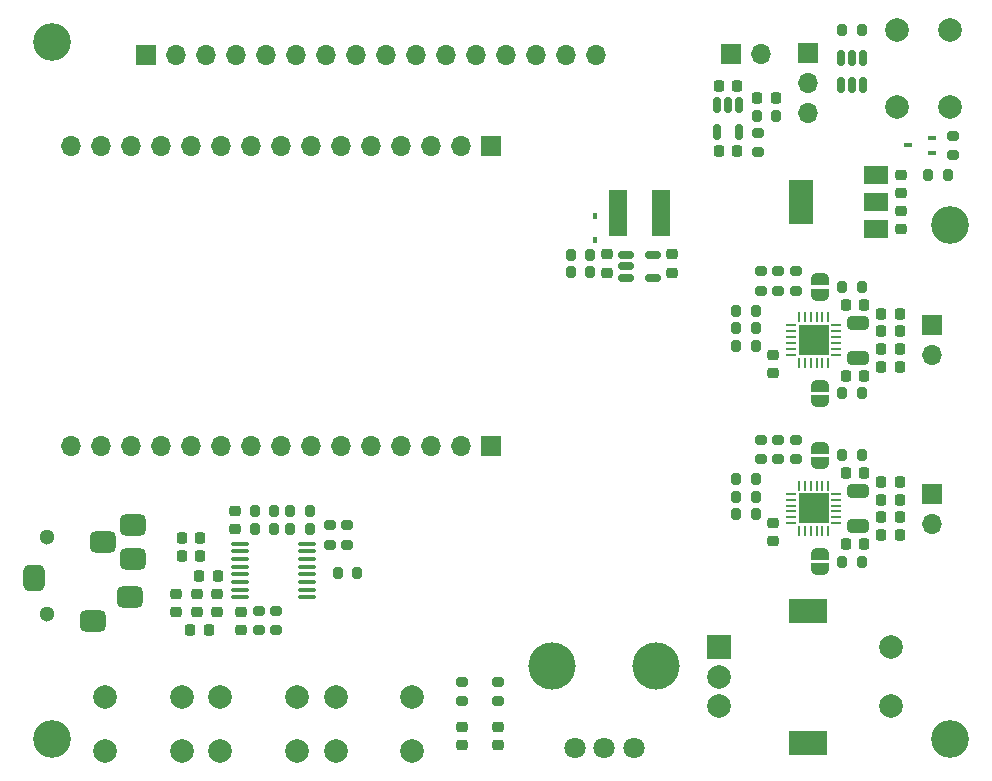
<source format=gts>
G04 #@! TF.GenerationSoftware,KiCad,Pcbnew,(6.0.7)*
G04 #@! TF.CreationDate,2022-10-03T20:14:31+03:00*
G04 #@! TF.ProjectId,ESP32_blAudio_portable,45535033-325f-4626-9c41-7564696f5f70,rev?*
G04 #@! TF.SameCoordinates,Original*
G04 #@! TF.FileFunction,Soldermask,Top*
G04 #@! TF.FilePolarity,Negative*
%FSLAX46Y46*%
G04 Gerber Fmt 4.6, Leading zero omitted, Abs format (unit mm)*
G04 Created by KiCad (PCBNEW (6.0.7)) date 2022-10-03 20:14:31*
%MOMM*%
%LPD*%
G01*
G04 APERTURE LIST*
G04 Aperture macros list*
%AMRoundRect*
0 Rectangle with rounded corners*
0 $1 Rounding radius*
0 $2 $3 $4 $5 $6 $7 $8 $9 X,Y pos of 4 corners*
0 Add a 4 corners polygon primitive as box body*
4,1,4,$2,$3,$4,$5,$6,$7,$8,$9,$2,$3,0*
0 Add four circle primitives for the rounded corners*
1,1,$1+$1,$2,$3*
1,1,$1+$1,$4,$5*
1,1,$1+$1,$6,$7*
1,1,$1+$1,$8,$9*
0 Add four rect primitives between the rounded corners*
20,1,$1+$1,$2,$3,$4,$5,0*
20,1,$1+$1,$4,$5,$6,$7,0*
20,1,$1+$1,$6,$7,$8,$9,0*
20,1,$1+$1,$8,$9,$2,$3,0*%
%AMFreePoly0*
4,1,22,0.500000,-0.750000,0.000000,-0.750000,0.000000,-0.745033,-0.079941,-0.743568,-0.215256,-0.701293,-0.333266,-0.622738,-0.424486,-0.514219,-0.481581,-0.384460,-0.499164,-0.250000,-0.500000,-0.250000,-0.500000,0.250000,-0.499164,0.250000,-0.499963,0.256109,-0.478152,0.396186,-0.417904,0.524511,-0.324060,0.630769,-0.204165,0.706417,-0.067858,0.745374,0.000000,0.744959,0.000000,0.750000,
0.500000,0.750000,0.500000,-0.750000,0.500000,-0.750000,$1*%
%AMFreePoly1*
4,1,20,0.000000,0.744959,0.073905,0.744508,0.209726,0.703889,0.328688,0.626782,0.421226,0.519385,0.479903,0.390333,0.500000,0.250000,0.500000,-0.250000,0.499851,-0.262216,0.476331,-0.402017,0.414519,-0.529596,0.319384,-0.634700,0.198574,-0.708877,0.061801,-0.746166,0.000000,-0.745033,0.000000,-0.750000,-0.500000,-0.750000,-0.500000,0.750000,0.000000,0.750000,0.000000,0.744959,
0.000000,0.744959,$1*%
G04 Aperture macros list end*
%ADD10C,1.300000*%
%ADD11RoundRect,0.450000X-0.650000X-0.450000X0.650000X-0.450000X0.650000X0.450000X-0.650000X0.450000X0*%
%ADD12RoundRect,0.450000X0.450000X-0.650000X0.450000X0.650000X-0.450000X0.650000X-0.450000X-0.650000X0*%
%ADD13R,1.700000X1.700000*%
%ADD14O,1.700000X1.700000*%
%ADD15RoundRect,0.250000X0.650000X-0.325000X0.650000X0.325000X-0.650000X0.325000X-0.650000X-0.325000X0*%
%ADD16RoundRect,0.200000X-0.200000X-0.275000X0.200000X-0.275000X0.200000X0.275000X-0.200000X0.275000X0*%
%ADD17RoundRect,0.200000X0.200000X0.275000X-0.200000X0.275000X-0.200000X-0.275000X0.200000X-0.275000X0*%
%ADD18RoundRect,0.200000X-0.275000X0.200000X-0.275000X-0.200000X0.275000X-0.200000X0.275000X0.200000X0*%
%ADD19RoundRect,0.150000X-0.150000X0.512500X-0.150000X-0.512500X0.150000X-0.512500X0.150000X0.512500X0*%
%ADD20C,2.000000*%
%ADD21R,3.200000X2.000000*%
%ADD22R,2.000000X2.000000*%
%ADD23C,4.000000*%
%ADD24C,1.800000*%
%ADD25RoundRect,0.225000X-0.225000X-0.250000X0.225000X-0.250000X0.225000X0.250000X-0.225000X0.250000X0*%
%ADD26RoundRect,0.225000X-0.250000X0.225000X-0.250000X-0.225000X0.250000X-0.225000X0.250000X0.225000X0*%
%ADD27RoundRect,0.218750X0.256250X-0.218750X0.256250X0.218750X-0.256250X0.218750X-0.256250X-0.218750X0*%
%ADD28RoundRect,0.218750X-0.218750X-0.256250X0.218750X-0.256250X0.218750X0.256250X-0.218750X0.256250X0*%
%ADD29R,0.700000X0.450000*%
%ADD30RoundRect,0.100000X-0.637500X-0.100000X0.637500X-0.100000X0.637500X0.100000X-0.637500X0.100000X0*%
%ADD31RoundRect,0.200000X0.275000X-0.200000X0.275000X0.200000X-0.275000X0.200000X-0.275000X-0.200000X0*%
%ADD32RoundRect,0.225000X0.225000X0.250000X-0.225000X0.250000X-0.225000X-0.250000X0.225000X-0.250000X0*%
%ADD33C,3.200000*%
%ADD34FreePoly0,90.000000*%
%ADD35FreePoly1,90.000000*%
%ADD36R,0.450000X0.600000*%
%ADD37R,1.500000X4.000000*%
%ADD38R,2.000000X1.500000*%
%ADD39R,2.000000X3.800000*%
%ADD40RoundRect,0.225000X0.250000X-0.225000X0.250000X0.225000X-0.250000X0.225000X-0.250000X-0.225000X0*%
%ADD41RoundRect,0.062500X0.062500X-0.375000X0.062500X0.375000X-0.062500X0.375000X-0.062500X-0.375000X0*%
%ADD42RoundRect,0.062500X0.375000X-0.062500X0.375000X0.062500X-0.375000X0.062500X-0.375000X-0.062500X0*%
%ADD43R,2.600000X2.600000*%
%ADD44RoundRect,0.150000X-0.512500X-0.150000X0.512500X-0.150000X0.512500X0.150000X-0.512500X0.150000X0*%
%ADD45FreePoly0,270.000000*%
%ADD46FreePoly1,270.000000*%
G04 APERTURE END LIST*
D10*
X53845000Y-66170000D03*
X53845000Y-72670000D03*
D11*
X58545000Y-66570000D03*
X61145000Y-65170000D03*
X57745000Y-73270000D03*
X60845000Y-71270000D03*
D12*
X52745000Y-69670000D03*
D11*
X61145000Y-68070000D03*
D13*
X128750000Y-48250000D03*
D14*
X128750000Y-50790000D03*
D15*
X122500000Y-65225000D03*
X122500000Y-62275000D03*
D16*
X112175000Y-61250000D03*
X113825000Y-61250000D03*
X78425000Y-69250000D03*
X80075000Y-69250000D03*
D13*
X118250000Y-25225000D03*
D14*
X118250000Y-27765000D03*
X118250000Y-30305000D03*
D17*
X122825000Y-59250000D03*
X121175000Y-59250000D03*
D16*
X121175000Y-23250000D03*
X122825000Y-23250000D03*
X98175000Y-42250000D03*
X99825000Y-42250000D03*
D18*
X114250000Y-43675000D03*
X114250000Y-45325000D03*
D16*
X74425000Y-64000000D03*
X76075000Y-64000000D03*
D19*
X112450000Y-29612500D03*
X111500000Y-29612500D03*
X110550000Y-29612500D03*
X110550000Y-31887500D03*
X112450000Y-31887500D03*
D20*
X125250000Y-75500000D03*
X125250000Y-80500000D03*
D21*
X118250000Y-83600000D03*
X118250000Y-72400000D03*
D20*
X110750000Y-78000000D03*
X110750000Y-80500000D03*
D22*
X110750000Y-75500000D03*
D23*
X105400000Y-77050000D03*
X96600000Y-77050000D03*
D24*
X103500000Y-84050000D03*
X101000000Y-84050000D03*
X98500000Y-84050000D03*
D25*
X121475000Y-66750000D03*
X123025000Y-66750000D03*
D26*
X126100000Y-38525000D03*
X126100000Y-40075000D03*
D27*
X89000000Y-83787500D03*
X89000000Y-82212500D03*
D28*
X124462500Y-64500000D03*
X126037500Y-64500000D03*
D29*
X128750000Y-33650000D03*
X128750000Y-32350000D03*
X126750000Y-33000000D03*
D30*
X70137500Y-66725000D03*
X70137500Y-67375000D03*
X70137500Y-68025000D03*
X70137500Y-68675000D03*
X70137500Y-69325000D03*
X70137500Y-69975000D03*
X70137500Y-70625000D03*
X70137500Y-71275000D03*
X75862500Y-71275000D03*
X75862500Y-70625000D03*
X75862500Y-69975000D03*
X75862500Y-69325000D03*
X75862500Y-68675000D03*
X75862500Y-68025000D03*
X75862500Y-67375000D03*
X75862500Y-66725000D03*
D16*
X71425000Y-64000000D03*
X73075000Y-64000000D03*
D31*
X77750000Y-66825000D03*
X77750000Y-65175000D03*
D17*
X122825000Y-54000000D03*
X121175000Y-54000000D03*
D16*
X112175000Y-48500000D03*
X113825000Y-48500000D03*
X74425000Y-65500000D03*
X76075000Y-65500000D03*
D25*
X121475000Y-60750000D03*
X123025000Y-60750000D03*
D32*
X66775000Y-67750000D03*
X65225000Y-67750000D03*
X126025000Y-51750000D03*
X124475000Y-51750000D03*
D33*
X130250000Y-83250000D03*
D34*
X119250000Y-54650000D03*
D35*
X119250000Y-53350000D03*
D20*
X130250000Y-29750000D03*
X130250000Y-23250000D03*
X125750000Y-29750000D03*
X125750000Y-23250000D03*
D16*
X112175000Y-50000000D03*
X113825000Y-50000000D03*
X112175000Y-47000000D03*
X113825000Y-47000000D03*
D32*
X126025000Y-66000000D03*
X124475000Y-66000000D03*
D31*
X114000000Y-33575000D03*
X114000000Y-31925000D03*
D13*
X91440000Y-58420000D03*
D14*
X88900000Y-58420000D03*
X86360000Y-58420000D03*
X83820000Y-58420000D03*
X81280000Y-58420000D03*
X78740000Y-58420000D03*
X76200000Y-58420000D03*
X73660000Y-58420000D03*
X71120000Y-58420000D03*
X68580000Y-58420000D03*
X66040000Y-58420000D03*
X63500000Y-58420000D03*
X60960000Y-58420000D03*
X58420000Y-58420000D03*
X55880000Y-58420000D03*
D26*
X115250000Y-50725000D03*
X115250000Y-52275000D03*
D31*
X92000000Y-80075000D03*
X92000000Y-78425000D03*
D20*
X78250000Y-84250000D03*
X84750000Y-84250000D03*
X78250000Y-79750000D03*
X84750000Y-79750000D03*
X58750000Y-84250000D03*
X65250000Y-84250000D03*
X58750000Y-79750000D03*
X65250000Y-79750000D03*
D18*
X79250000Y-65175000D03*
X79250000Y-66825000D03*
D13*
X62230000Y-25375000D03*
D14*
X64770000Y-25375000D03*
X67310000Y-25375000D03*
X69850000Y-25375000D03*
X72390000Y-25375000D03*
X74930000Y-25375000D03*
X77470000Y-25375000D03*
X80010000Y-25375000D03*
X82550000Y-25375000D03*
X85090000Y-25375000D03*
X87630000Y-25375000D03*
X90170000Y-25375000D03*
X92710000Y-25375000D03*
X95250000Y-25375000D03*
X97790000Y-25375000D03*
X100330000Y-25375000D03*
D36*
X100250000Y-41050000D03*
X100250000Y-38950000D03*
D37*
X105800000Y-38750000D03*
X102200000Y-38750000D03*
D26*
X106750000Y-42225000D03*
X106750000Y-43775000D03*
D18*
X117250000Y-57925000D03*
X117250000Y-59575000D03*
D32*
X126025000Y-47250000D03*
X124475000Y-47250000D03*
D38*
X124000000Y-40100000D03*
D39*
X117700000Y-37800000D03*
D38*
X124000000Y-37800000D03*
X124000000Y-35500000D03*
D18*
X114250000Y-57925000D03*
X114250000Y-59575000D03*
D13*
X128750000Y-62500000D03*
D14*
X128750000Y-65040000D03*
D16*
X112175000Y-64250000D03*
X113825000Y-64250000D03*
D31*
X89000000Y-80075000D03*
X89000000Y-78425000D03*
D16*
X71425000Y-65500000D03*
X73075000Y-65500000D03*
D40*
X68250000Y-72525000D03*
X68250000Y-70975000D03*
D18*
X115750000Y-43675000D03*
X115750000Y-45325000D03*
D31*
X130500000Y-33825000D03*
X130500000Y-32175000D03*
D41*
X117475000Y-51437500D03*
X117975000Y-51437500D03*
X118475000Y-51437500D03*
X118975000Y-51437500D03*
X119475000Y-51437500D03*
X119975000Y-51437500D03*
D42*
X120662500Y-50750000D03*
X120662500Y-50250000D03*
X120662500Y-49750000D03*
X120662500Y-49250000D03*
X120662500Y-48750000D03*
X120662500Y-48250000D03*
D41*
X119975000Y-47562500D03*
X119475000Y-47562500D03*
X118975000Y-47562500D03*
X118475000Y-47562500D03*
X117975000Y-47562500D03*
X117475000Y-47562500D03*
D42*
X116787500Y-48250000D03*
X116787500Y-48750000D03*
X116787500Y-49250000D03*
X116787500Y-49750000D03*
X116787500Y-50250000D03*
X116787500Y-50750000D03*
D43*
X118725000Y-49500000D03*
D27*
X92000000Y-83787500D03*
X92000000Y-82212500D03*
D26*
X115250000Y-64975000D03*
X115250000Y-66525000D03*
D28*
X65962500Y-74000000D03*
X67537500Y-74000000D03*
X124462500Y-63000000D03*
X126037500Y-63000000D03*
D15*
X122500000Y-50975000D03*
X122500000Y-48025000D03*
D44*
X102862500Y-42300000D03*
X102862500Y-43250000D03*
X102862500Y-44200000D03*
X105137500Y-44200000D03*
X105137500Y-42300000D03*
D28*
X124462500Y-48750000D03*
X126037500Y-48750000D03*
X124462500Y-50250000D03*
X126037500Y-50250000D03*
D40*
X69750000Y-65525000D03*
X69750000Y-63975000D03*
D33*
X54250000Y-83250000D03*
D34*
X119250000Y-68900000D03*
D35*
X119250000Y-67600000D03*
D25*
X121475000Y-52500000D03*
X123025000Y-52500000D03*
D13*
X91440000Y-33020000D03*
D14*
X88900000Y-33020000D03*
X86360000Y-33020000D03*
X83820000Y-33020000D03*
X81280000Y-33020000D03*
X78740000Y-33020000D03*
X76200000Y-33020000D03*
X73660000Y-33020000D03*
X71120000Y-33020000D03*
X68580000Y-33020000D03*
X66040000Y-33020000D03*
X63500000Y-33020000D03*
X60960000Y-33020000D03*
X58420000Y-33020000D03*
X55880000Y-33020000D03*
D31*
X73250000Y-74075000D03*
X73250000Y-72425000D03*
D45*
X119250000Y-58600000D03*
D46*
X119250000Y-59900000D03*
D17*
X122825000Y-45000000D03*
X121175000Y-45000000D03*
D18*
X71750000Y-72425000D03*
X71750000Y-74075000D03*
D27*
X66500000Y-72537500D03*
X66500000Y-70962500D03*
D20*
X75000000Y-84250000D03*
X68500000Y-84250000D03*
X75000000Y-79750000D03*
X68500000Y-79750000D03*
D26*
X70250000Y-72475000D03*
X70250000Y-74025000D03*
D17*
X122825000Y-68250000D03*
X121175000Y-68250000D03*
D18*
X115750000Y-57925000D03*
X115750000Y-59575000D03*
D25*
X66725000Y-69500000D03*
X68275000Y-69500000D03*
D32*
X126025000Y-61500000D03*
X124475000Y-61500000D03*
D16*
X113925000Y-30500000D03*
X115575000Y-30500000D03*
D26*
X101250000Y-42225000D03*
X101250000Y-43775000D03*
D33*
X54250000Y-24250000D03*
X130250000Y-39750000D03*
D25*
X121475000Y-46500000D03*
X123025000Y-46500000D03*
D17*
X99825000Y-43750000D03*
X98175000Y-43750000D03*
D45*
X119250000Y-44350000D03*
D46*
X119250000Y-45650000D03*
D25*
X110725000Y-28000000D03*
X112275000Y-28000000D03*
D32*
X66775000Y-66250000D03*
X65225000Y-66250000D03*
D16*
X112175000Y-62750000D03*
X113825000Y-62750000D03*
D18*
X117250000Y-43675000D03*
X117250000Y-45325000D03*
D16*
X128425000Y-35500000D03*
X130075000Y-35500000D03*
D41*
X117475000Y-65687500D03*
X117975000Y-65687500D03*
X118475000Y-65687500D03*
X118975000Y-65687500D03*
X119475000Y-65687500D03*
X119975000Y-65687500D03*
D42*
X120662500Y-65000000D03*
X120662500Y-64500000D03*
X120662500Y-64000000D03*
X120662500Y-63500000D03*
X120662500Y-63000000D03*
X120662500Y-62500000D03*
D41*
X119975000Y-61812500D03*
X119475000Y-61812500D03*
X118975000Y-61812500D03*
X118475000Y-61812500D03*
X117975000Y-61812500D03*
X117475000Y-61812500D03*
D42*
X116787500Y-62500000D03*
X116787500Y-63000000D03*
X116787500Y-63500000D03*
X116787500Y-64000000D03*
X116787500Y-64500000D03*
X116787500Y-65000000D03*
D43*
X118725000Y-63750000D03*
D40*
X64750000Y-72525000D03*
X64750000Y-70975000D03*
D26*
X126100000Y-35525000D03*
X126100000Y-37075000D03*
D13*
X111725000Y-25250000D03*
D14*
X114265000Y-25250000D03*
D19*
X122950000Y-27887500D03*
X122000000Y-25612500D03*
X122000000Y-27887500D03*
X122950000Y-25612500D03*
X121050000Y-25612500D03*
X121050000Y-27887500D03*
D25*
X110725000Y-33500000D03*
X112275000Y-33500000D03*
D28*
X113962500Y-29000000D03*
X115537500Y-29000000D03*
M02*

</source>
